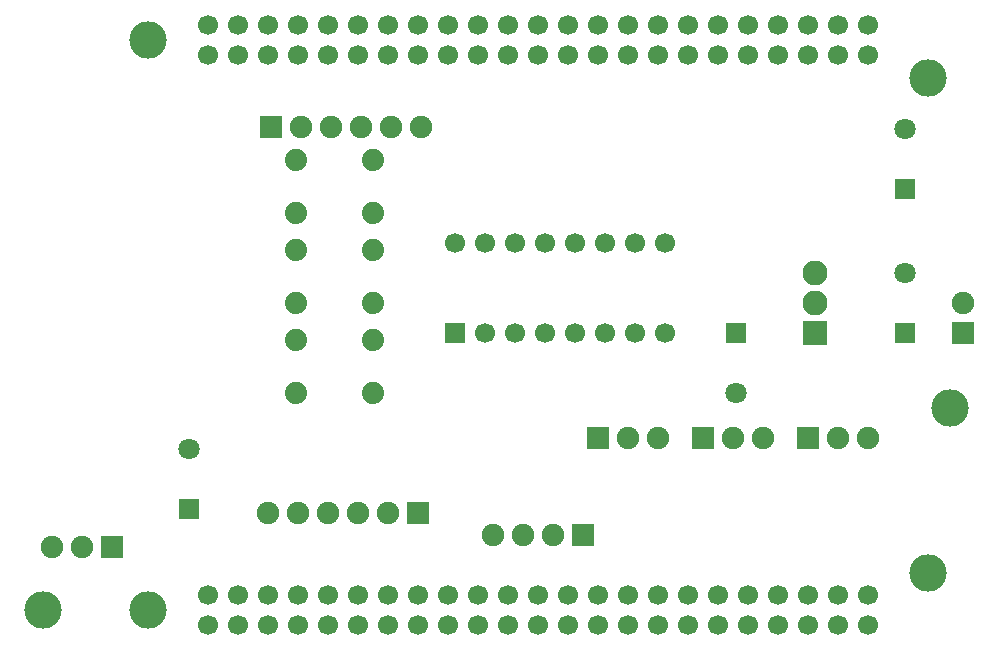
<source format=gbr>
G04 DipTrace 2.4.0.2*
%INBottomMask.gbr*%
%MOIN*%
%ADD27R,0.0669X0.0669*%
%ADD28C,0.0669*%
%ADD32C,0.074*%
%ADD33R,0.0748X0.0748*%
%ADD34C,0.0748*%
%ADD36C,0.125*%
%ADD41C,0.0828*%
%ADD42R,0.0828X0.0828*%
%ADD49R,0.071X0.071*%
%ADD51C,0.071*%
%FSLAX44Y44*%
G04*
G70*
G90*
G75*
G01*
%LNBotMask*%
%LPD*%
D51*
X34688Y21753D3*
D49*
Y19753D3*
D51*
Y16940D3*
D49*
Y14940D3*
D33*
X18440Y8940D3*
D34*
X17440D3*
X16440D3*
X15440D3*
X14440D3*
X13440D3*
D33*
X13565Y21815D3*
D34*
X14565D3*
X15565D3*
X16565D3*
X17565D3*
X18565D3*
D33*
X31440Y11440D3*
D34*
X32440D3*
X33440D3*
D33*
X27940D3*
D34*
X28940D3*
X29940D3*
D33*
X24440D3*
D34*
X25440D3*
X26440D3*
D33*
X23940Y8190D3*
D34*
X22940D3*
X21940D3*
X20940D3*
D33*
X36626Y14939D3*
D34*
Y15939D3*
D28*
X11440Y6190D3*
X12440D3*
X13440D3*
X14440D3*
X15440D3*
X16440D3*
X17440D3*
X18440D3*
X19440D3*
X20440D3*
X21440D3*
X22440D3*
X23440D3*
X24440D3*
X25440D3*
X26440D3*
X27440D3*
X28440D3*
X29440D3*
X30440D3*
X31440D3*
X32440D3*
X33440D3*
Y5190D3*
X32440D3*
X31440D3*
X30440D3*
X29440D3*
X28440D3*
X27440D3*
X26440D3*
X25440D3*
X24440D3*
X23440D3*
X22440D3*
X21440D3*
X20440D3*
X19440D3*
X18440D3*
X17440D3*
X16440D3*
X15440D3*
X14440D3*
X13440D3*
X12440D3*
X11440D3*
Y25190D3*
X12440D3*
X13440D3*
X14440D3*
X15440D3*
X16440D3*
X17440D3*
X18440D3*
X19440D3*
X20440D3*
X21440D3*
X22440D3*
X23440D3*
X24440D3*
X25440D3*
X26440D3*
X27440D3*
X28440D3*
X29440D3*
X30440D3*
X31440D3*
X32440D3*
X33440D3*
Y24190D3*
X32440D3*
X31440D3*
X30440D3*
X29440D3*
X28440D3*
X27440D3*
X26440D3*
X25440D3*
X24440D3*
X23440D3*
X22440D3*
X21440D3*
X20440D3*
X19440D3*
X18440D3*
X17440D3*
X16440D3*
X15440D3*
X14440D3*
X13440D3*
X12440D3*
X11440D3*
D36*
X35440Y23440D3*
Y6940D3*
X9440Y24690D3*
Y5690D3*
D27*
X19690Y14940D3*
D28*
X20690D3*
X21690D3*
X22690D3*
X23690D3*
X24690D3*
X25690D3*
X26690D3*
Y17940D3*
X25690D3*
X24690D3*
X23690D3*
X22690D3*
X21690D3*
X20690D3*
X19690D3*
D32*
X14380Y20720D3*
X16940D3*
X14380Y18940D3*
X16940D3*
X14380Y17720D3*
X16940D3*
X14380Y15940D3*
X16940D3*
X14380Y14720D3*
X16940D3*
X14380Y12940D3*
X16940D3*
D42*
X31688Y14939D3*
D41*
Y15939D3*
Y16939D3*
D33*
X8248Y7814D3*
D34*
X7248D3*
X6248D3*
D51*
X29063Y12939D3*
D49*
Y14939D3*
D51*
X10811Y11064D3*
D49*
Y9064D3*
D36*
X5940Y5690D3*
X36190Y12440D3*
M02*

</source>
